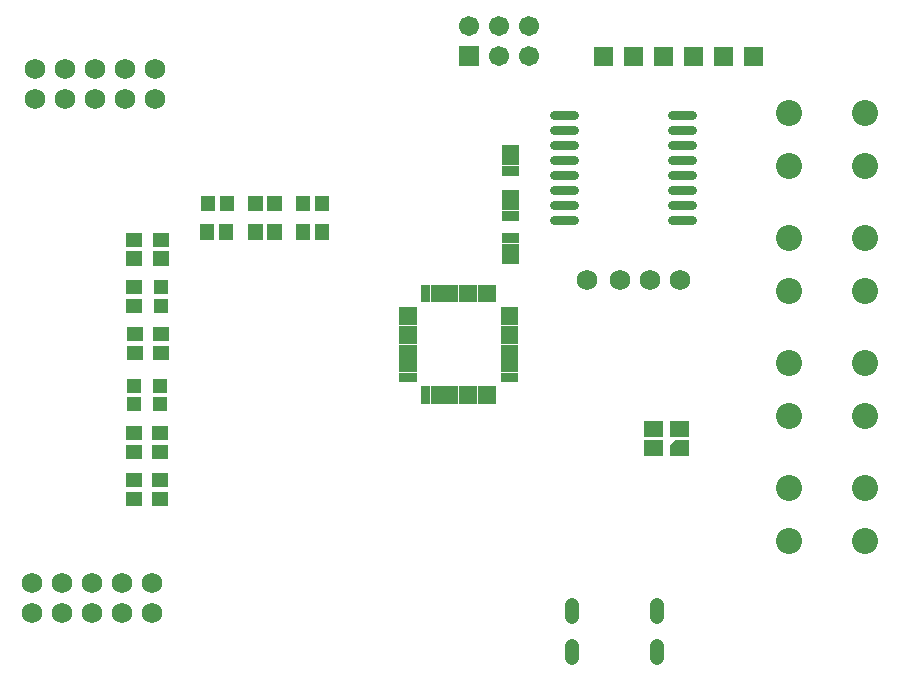
<source format=gbs>
G04 Layer: BottomSolderMaskLayer*
G04 EasyEDA v6.3.43, 2020-05-10T20:22:00+02:00*
G04 8efef6a7772f454f874d1fefd099d7f4,c718b20e53f548e3abf3144c64a63f4f,10*
G04 Gerber Generator version 0.2*
G04 Scale: 100 percent, Rotated: No, Reflected: No *
G04 Dimensions in millimeters *
G04 leading zeros omitted , absolute positions ,3 integer and 3 decimal *
%FSLAX33Y33*%
%MOMM*%
G90*
G71D02*

%ADD54C,1.203198*%
%ADD55C,0.803199*%
%ADD60C,1.727200*%
%ADD61C,1.701800*%
%ADD69C,2.203196*%
%ADD77R,1.303198X1.203198*%

%LPD*%
G54D55*
G01X47971Y39210D02*
G01X49671Y39210D01*
G01X47971Y40480D02*
G01X49671Y40480D01*
G01X47971Y41750D02*
G01X49671Y41750D01*
G01X47971Y43020D02*
G01X49671Y43020D01*
G01X47971Y44290D02*
G01X49671Y44290D01*
G01X47971Y45560D02*
G01X49671Y45560D01*
G01X47971Y46830D02*
G01X49671Y46830D01*
G01X47971Y48100D02*
G01X49671Y48100D01*
G01X57971Y39210D02*
G01X59671Y39210D01*
G01X57971Y40480D02*
G01X59671Y40480D01*
G01X57971Y41750D02*
G01X59671Y41750D01*
G01X57971Y43020D02*
G01X59671Y43020D01*
G01X57971Y44290D02*
G01X59671Y44290D01*
G01X57971Y45560D02*
G01X59671Y45560D01*
G01X57971Y46830D02*
G01X59671Y46830D01*
G01X57971Y48100D02*
G01X59671Y48100D01*
G54D54*
G01X56701Y3160D02*
G01X56701Y2160D01*
G01X49503Y3160D02*
G01X49503Y2160D01*
G01X56701Y6630D02*
G01X56701Y5630D01*
G01X49503Y6630D02*
G01X49503Y5630D01*
G36*
G01X55599Y20822D02*
G01X55599Y22176D01*
G01X57201Y22176D01*
G01X57201Y20822D01*
G01X55599Y20822D01*
G37*
G36*
G01X57798Y19222D02*
G01X57798Y20137D01*
G01X58217Y20576D01*
G01X59401Y20576D01*
G01X59401Y19222D01*
G01X57798Y19222D01*
G37*
G36*
G01X57798Y20822D02*
G01X57798Y22176D01*
G01X59401Y22176D01*
G01X59401Y20822D01*
G01X57798Y20822D01*
G37*
G36*
G01X55599Y19222D02*
G01X55599Y20576D01*
G01X57201Y20576D01*
G01X57201Y19222D01*
G01X55599Y19222D01*
G37*
G36*
G01X14044Y35346D02*
G01X14044Y36550D01*
G01X15347Y36550D01*
G01X15347Y35346D01*
G01X14044Y35346D01*
G37*
G36*
G01X14044Y36946D02*
G01X14044Y38150D01*
G01X15347Y38150D01*
G01X15347Y36946D01*
G01X14044Y36946D01*
G37*
G36*
G01X26099Y39949D02*
G01X26099Y41252D01*
G01X27300Y41252D01*
G01X27300Y39949D01*
G01X26099Y39949D01*
G37*
G36*
G01X27699Y39949D02*
G01X27699Y41252D01*
G01X28901Y41252D01*
G01X28901Y39949D01*
G01X27699Y39949D01*
G37*
G36*
G01X11748Y18999D02*
G01X11748Y20200D01*
G01X13051Y20200D01*
G01X13051Y18999D01*
G01X11748Y18999D01*
G37*
G36*
G01X11748Y20599D02*
G01X11748Y21800D01*
G01X13051Y21800D01*
G01X13051Y20599D01*
G01X11748Y20599D01*
G37*
G36*
G01X26096Y37548D02*
G01X26096Y38851D01*
G01X27300Y38851D01*
G01X27300Y37548D01*
G01X26096Y37548D01*
G37*
G36*
G01X27697Y37548D02*
G01X27697Y38851D01*
G01X28901Y38851D01*
G01X28901Y37548D01*
G01X27697Y37548D01*
G37*
G54D77*
G01X14599Y23599D03*
G01X14599Y25199D03*
G01X12400Y23599D03*
G01X12400Y25199D03*
G36*
G01X11842Y27348D02*
G01X11842Y28549D01*
G01X13145Y28549D01*
G01X13145Y27348D01*
G01X11842Y27348D01*
G37*
G36*
G01X11842Y28945D02*
G01X11842Y30149D01*
G01X13145Y30149D01*
G01X13145Y28945D01*
G01X11842Y28945D01*
G37*
G36*
G01X14042Y27348D02*
G01X14042Y28549D01*
G01X15345Y28549D01*
G01X15345Y27348D01*
G01X14042Y27348D01*
G37*
G36*
G01X14042Y28945D02*
G01X14042Y30149D01*
G01X15345Y30149D01*
G01X15345Y28945D01*
G01X14042Y28945D01*
G37*
G36*
G01X18098Y39949D02*
G01X18098Y41252D01*
G01X19302Y41252D01*
G01X19302Y39949D01*
G01X18098Y39949D01*
G37*
G36*
G01X19698Y39949D02*
G01X19698Y41252D01*
G01X20902Y41252D01*
G01X20902Y39949D01*
G01X19698Y39949D01*
G37*
G36*
G01X17996Y37548D02*
G01X17996Y38851D01*
G01X19200Y38851D01*
G01X19200Y37548D01*
G01X17996Y37548D01*
G37*
G36*
G01X19597Y37548D02*
G01X19597Y38851D01*
G01X20801Y38851D01*
G01X20801Y37548D01*
G01X19597Y37548D01*
G37*
G36*
G01X13948Y14998D02*
G01X13948Y16200D01*
G01X15251Y16200D01*
G01X15251Y14998D01*
G01X13948Y14998D01*
G37*
G36*
G01X13948Y16598D02*
G01X13948Y17800D01*
G01X15251Y17800D01*
G01X15251Y16598D01*
G01X13948Y16598D01*
G37*
G36*
G01X11748Y14998D02*
G01X11748Y16200D01*
G01X13051Y16200D01*
G01X13051Y14998D01*
G01X11748Y14998D01*
G37*
G36*
G01X11748Y16598D02*
G01X11748Y17800D01*
G01X13051Y17800D01*
G01X13051Y16598D01*
G01X11748Y16598D01*
G37*
G01X14693Y31948D03*
G01X14693Y33548D03*
G36*
G01X11743Y31346D02*
G01X11743Y32550D01*
G01X13046Y32550D01*
G01X13046Y31346D01*
G01X11743Y31346D01*
G37*
G36*
G01X11743Y32946D02*
G01X11743Y34150D01*
G01X13046Y34150D01*
G01X13046Y32946D01*
G01X11743Y32946D01*
G37*
G36*
G01X11743Y35346D02*
G01X11743Y36550D01*
G01X13046Y36550D01*
G01X13046Y35346D01*
G01X11743Y35346D01*
G37*
G36*
G01X11743Y36946D02*
G01X11743Y38150D01*
G01X13046Y38150D01*
G01X13046Y36946D01*
G01X11743Y36946D01*
G37*
G36*
G01X13948Y18999D02*
G01X13948Y20200D01*
G01X15251Y20200D01*
G01X15251Y18999D01*
G01X13948Y18999D01*
G37*
G36*
G01X13948Y20599D02*
G01X13948Y21800D01*
G01X15251Y21800D01*
G01X15251Y20599D01*
G01X13948Y20599D01*
G37*
G36*
G01X22096Y37548D02*
G01X22096Y38851D01*
G01X23300Y38851D01*
G01X23300Y37548D01*
G01X22096Y37548D01*
G37*
G36*
G01X23696Y37548D02*
G01X23696Y38851D01*
G01X24900Y38851D01*
G01X24900Y37548D01*
G01X23696Y37548D01*
G37*
G36*
G01X22096Y39949D02*
G01X22096Y41252D01*
G01X23300Y41252D01*
G01X23300Y39949D01*
G01X22096Y39949D01*
G37*
G36*
G01X23696Y39949D02*
G01X23696Y41252D01*
G01X24900Y41252D01*
G01X24900Y39949D01*
G01X23696Y39949D01*
G37*
G36*
G01X43559Y42981D02*
G01X43559Y43820D01*
G01X45032Y43820D01*
G01X45032Y42981D01*
G01X43559Y42981D01*
G37*
G36*
G01X43559Y43870D02*
G01X43559Y44709D01*
G01X45032Y44709D01*
G01X45032Y43870D01*
G01X43559Y43870D01*
G37*
G36*
G01X43559Y44759D02*
G01X43559Y45598D01*
G01X45032Y45598D01*
G01X45032Y44759D01*
G01X43559Y44759D01*
G37*
G36*
G01X43559Y39171D02*
G01X43559Y40010D01*
G01X45032Y40010D01*
G01X45032Y39171D01*
G01X43559Y39171D01*
G37*
G36*
G01X43559Y40060D02*
G01X43559Y40899D01*
G01X45032Y40899D01*
G01X45032Y40060D01*
G01X43559Y40060D01*
G37*
G36*
G01X43559Y40949D02*
G01X43559Y41788D01*
G01X45032Y41788D01*
G01X45032Y40949D01*
G01X43559Y40949D01*
G37*
G36*
G01X43559Y35488D02*
G01X43559Y36327D01*
G01X45032Y36327D01*
G01X45032Y35488D01*
G01X43559Y35488D01*
G37*
G36*
G01X43559Y36377D02*
G01X43559Y37216D01*
G01X45032Y37216D01*
G01X45032Y36377D01*
G01X43559Y36377D01*
G37*
G36*
G01X43559Y37266D02*
G01X43559Y38105D01*
G01X45032Y38105D01*
G01X45032Y37266D01*
G01X43559Y37266D01*
G37*
G36*
G01X42312Y23670D02*
G01X42312Y25143D01*
G01X43074Y25143D01*
G01X43074Y23670D01*
G01X42312Y23670D01*
G37*
G36*
G01X41524Y23670D02*
G01X41524Y25143D01*
G01X42286Y25143D01*
G01X42286Y23670D01*
G01X41524Y23670D01*
G37*
G36*
G01X40712Y23670D02*
G01X40712Y25143D01*
G01X41474Y25143D01*
G01X41474Y23670D01*
G01X40712Y23670D01*
G37*
G36*
G01X39924Y23670D02*
G01X39924Y25143D01*
G01X40686Y25143D01*
G01X40686Y23670D01*
G01X39924Y23670D01*
G37*
G36*
G01X39111Y23670D02*
G01X39111Y25143D01*
G01X39873Y25143D01*
G01X39873Y23670D01*
G01X39111Y23670D01*
G37*
G36*
G01X38324Y23670D02*
G01X38324Y25143D01*
G01X39086Y25143D01*
G01X39086Y23670D01*
G01X38324Y23670D01*
G37*
G36*
G01X37511Y23670D02*
G01X37511Y25143D01*
G01X38273Y25143D01*
G01X38273Y23670D01*
G01X37511Y23670D01*
G37*
G36*
G01X36724Y23670D02*
G01X36724Y25143D01*
G01X37486Y25143D01*
G01X37486Y23670D01*
G01X36724Y23670D01*
G37*
G36*
G01X34870Y25524D02*
G01X34870Y26286D01*
G01X36343Y26286D01*
G01X36343Y25524D01*
G01X34870Y25524D01*
G37*
G36*
G01X34870Y26311D02*
G01X34870Y27073D01*
G01X36343Y27073D01*
G01X36343Y26311D01*
G01X34870Y26311D01*
G37*
G36*
G01X34870Y27124D02*
G01X34870Y27886D01*
G01X36343Y27886D01*
G01X36343Y27124D01*
G01X34870Y27124D01*
G37*
G36*
G01X34870Y27912D02*
G01X34870Y28674D01*
G01X36343Y28674D01*
G01X36343Y27912D01*
G01X34870Y27912D01*
G37*
G36*
G01X34870Y28724D02*
G01X34870Y29486D01*
G01X36343Y29486D01*
G01X36343Y28724D01*
G01X34870Y28724D01*
G37*
G36*
G01X34870Y29512D02*
G01X34870Y30274D01*
G01X36343Y30274D01*
G01X36343Y29512D01*
G01X34870Y29512D01*
G37*
G36*
G01X34870Y30325D02*
G01X34870Y31087D01*
G01X36343Y31087D01*
G01X36343Y30325D01*
G01X34870Y30325D01*
G37*
G36*
G01X34870Y31112D02*
G01X34870Y31874D01*
G01X36343Y31874D01*
G01X36343Y31112D01*
G01X34870Y31112D01*
G37*
G36*
G01X36724Y32255D02*
G01X36724Y33728D01*
G01X37486Y33728D01*
G01X37486Y32255D01*
G01X36724Y32255D01*
G37*
G36*
G01X37511Y32255D02*
G01X37511Y33728D01*
G01X38273Y33728D01*
G01X38273Y32255D01*
G01X37511Y32255D01*
G37*
G36*
G01X38324Y32255D02*
G01X38324Y33728D01*
G01X39086Y33728D01*
G01X39086Y32255D01*
G01X38324Y32255D01*
G37*
G36*
G01X39111Y32255D02*
G01X39111Y33728D01*
G01X39873Y33728D01*
G01X39873Y32255D01*
G01X39111Y32255D01*
G37*
G36*
G01X39924Y32255D02*
G01X39924Y33728D01*
G01X40686Y33728D01*
G01X40686Y32255D01*
G01X39924Y32255D01*
G37*
G36*
G01X40712Y32255D02*
G01X40712Y33728D01*
G01X41474Y33728D01*
G01X41474Y32255D01*
G01X40712Y32255D01*
G37*
G36*
G01X41524Y32255D02*
G01X41524Y33728D01*
G01X42286Y33728D01*
G01X42286Y32255D01*
G01X41524Y32255D01*
G37*
G36*
G01X42312Y32255D02*
G01X42312Y33728D01*
G01X43074Y33728D01*
G01X43074Y32255D01*
G01X42312Y32255D01*
G37*
G36*
G01X43455Y31112D02*
G01X43455Y31874D01*
G01X44928Y31874D01*
G01X44928Y31112D01*
G01X43455Y31112D01*
G37*
G36*
G01X43455Y30325D02*
G01X43455Y31087D01*
G01X44928Y31087D01*
G01X44928Y30325D01*
G01X43455Y30325D01*
G37*
G36*
G01X43455Y29512D02*
G01X43455Y30274D01*
G01X44928Y30274D01*
G01X44928Y29512D01*
G01X43455Y29512D01*
G37*
G36*
G01X43455Y28724D02*
G01X43455Y29486D01*
G01X44928Y29486D01*
G01X44928Y28724D01*
G01X43455Y28724D01*
G37*
G36*
G01X43455Y27912D02*
G01X43455Y28674D01*
G01X44928Y28674D01*
G01X44928Y27912D01*
G01X43455Y27912D01*
G37*
G36*
G01X43455Y27124D02*
G01X43455Y27886D01*
G01X44928Y27886D01*
G01X44928Y27124D01*
G01X43455Y27124D01*
G37*
G36*
G01X43455Y26311D02*
G01X43455Y27073D01*
G01X44928Y27073D01*
G01X44928Y26311D01*
G01X43455Y26311D01*
G37*
G36*
G01X43455Y25524D02*
G01X43455Y26286D01*
G01X44928Y26286D01*
G01X44928Y25524D01*
G01X43455Y25524D01*
G37*
G54D60*
G01X13899Y8500D03*
G01X11359Y8500D03*
G01X8819Y8500D03*
G01X6279Y8500D03*
G01X3739Y8500D03*
G01X13899Y5960D03*
G01X11359Y5960D03*
G01X8819Y5960D03*
G01X6279Y5960D03*
G01X3739Y5960D03*
G01X3999Y49500D03*
G01X6539Y49500D03*
G01X9079Y49500D03*
G01X11619Y49500D03*
G01X14159Y49500D03*
G01X3999Y52040D03*
G01X6539Y52040D03*
G01X9079Y52040D03*
G01X11619Y52040D03*
G01X14159Y52040D03*
G54D61*
G01X45880Y55640D03*
G01X43340Y55640D03*
G01X40800Y55640D03*
G01X45880Y53100D03*
G01X43340Y53100D03*
G36*
G01X39950Y52250D02*
G01X39950Y53952D01*
G01X41651Y53952D01*
G01X41651Y52250D01*
G01X39950Y52250D01*
G37*
G36*
G01X51362Y52242D02*
G01X51362Y53860D01*
G01X52980Y53860D01*
G01X52980Y52242D01*
G01X51362Y52242D01*
G37*
G36*
G01X56442Y52242D02*
G01X56442Y53860D01*
G01X58060Y53860D01*
G01X58060Y52242D01*
G01X56442Y52242D01*
G37*
G36*
G01X61522Y52242D02*
G01X61522Y53860D01*
G01X63140Y53860D01*
G01X63140Y52242D01*
G01X61522Y52242D01*
G37*
G36*
G01X53902Y52242D02*
G01X53902Y53860D01*
G01X55520Y53860D01*
G01X55520Y52242D01*
G01X53902Y52242D01*
G37*
G36*
G01X58982Y52242D02*
G01X58982Y53860D01*
G01X60600Y53860D01*
G01X60600Y52242D01*
G01X58982Y52242D01*
G37*
G36*
G01X64062Y52242D02*
G01X64062Y53860D01*
G01X65680Y53860D01*
G01X65680Y52242D01*
G01X64062Y52242D01*
G37*
G54D60*
G01X50773Y34130D03*
G01X53567Y34130D03*
G01X56107Y34130D03*
G01X58647Y34130D03*
G54D69*
G01X74338Y33192D03*
G01X67838Y33192D03*
G01X67838Y37692D03*
G01X74338Y37692D03*
G01X74338Y22609D03*
G01X67838Y22609D03*
G01X67838Y27108D03*
G01X74338Y27108D03*
G01X74338Y12025D03*
G01X67838Y12025D03*
G01X67838Y16525D03*
G01X74338Y16525D03*
G01X74338Y43775D03*
G01X67838Y43775D03*
G01X67838Y48275D03*
G01X74338Y48275D03*
M00*
M02*

</source>
